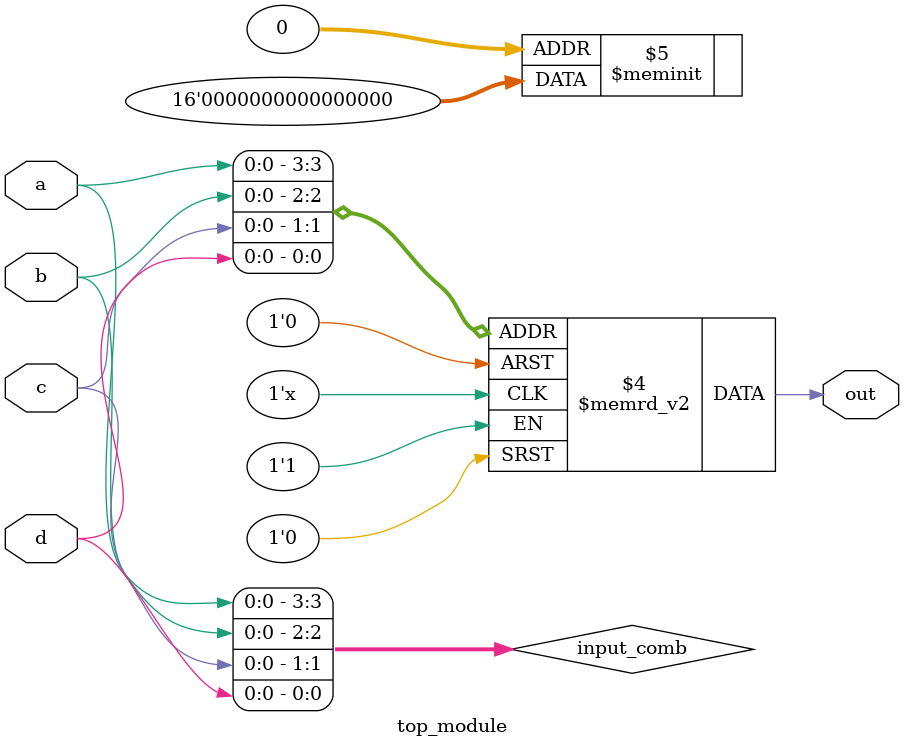
<source format=sv>
module top_module (
    input a, 
    input b,
    input c,
    input d,
    output reg out
);

// Input combination
reg [3:0] input_comb;

always @* begin
    // Combine the input bits into a 4-bit vector
    input_comb = {a, b, c, d};

    // Determine the output based on the input combination
    case(input_comb)
        4'b0000: out = 1'b0;
        4'b0001: out = 1'b0;
        4'b0010: out = 1'b0;
        4'b0011: out = 1'b0;
        4'b0100: out = 1'b0;
        4'b0101: out = 1'b0;
        4'b0110: out = 1'b0;
        4'b0111: out = 1'b0;
        4'b1000: out = 1'b0;
        4'b1001: out = 1'b0;
        4'b1010: out = 1'b0;
        4'b1011: out = 1'b0;
        4'b1100: out = 1'b0;
        4'b1101: out = 1'b0;
        4'b1110: out = 1'b0;
        4'b1111: out = 1'b0;
    endcase
end

endmodule

</source>
